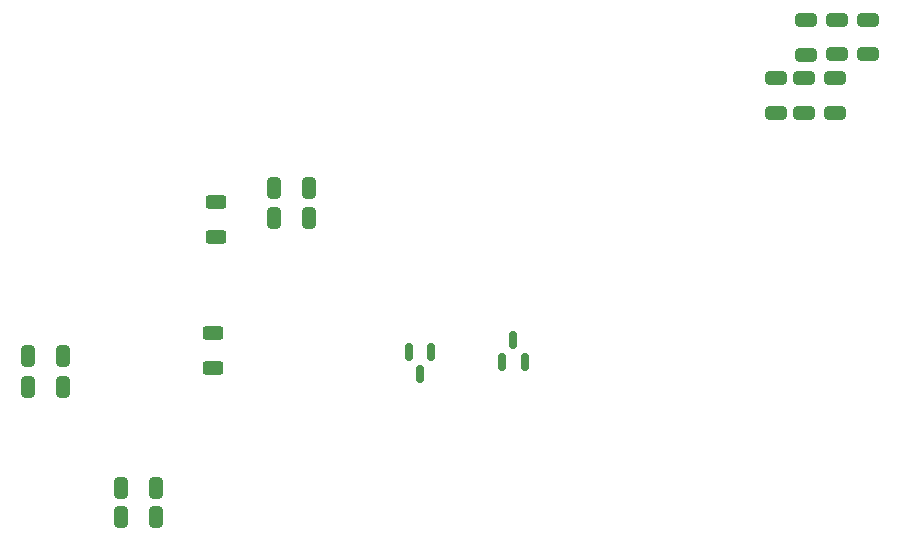
<source format=gbr>
%TF.GenerationSoftware,KiCad,Pcbnew,(6.0.10)*%
%TF.CreationDate,2023-02-20T15:55:57-05:00*%
%TF.ProjectId,Rx_Preamp,52785f50-7265-4616-9d70-2e6b69636164,rev?*%
%TF.SameCoordinates,Original*%
%TF.FileFunction,Paste,Bot*%
%TF.FilePolarity,Positive*%
%FSLAX46Y46*%
G04 Gerber Fmt 4.6, Leading zero omitted, Abs format (unit mm)*
G04 Created by KiCad (PCBNEW (6.0.10)) date 2023-02-20 15:55:57*
%MOMM*%
%LPD*%
G01*
G04 APERTURE LIST*
G04 Aperture macros list*
%AMRoundRect*
0 Rectangle with rounded corners*
0 $1 Rounding radius*
0 $2 $3 $4 $5 $6 $7 $8 $9 X,Y pos of 4 corners*
0 Add a 4 corners polygon primitive as box body*
4,1,4,$2,$3,$4,$5,$6,$7,$8,$9,$2,$3,0*
0 Add four circle primitives for the rounded corners*
1,1,$1+$1,$2,$3*
1,1,$1+$1,$4,$5*
1,1,$1+$1,$6,$7*
1,1,$1+$1,$8,$9*
0 Add four rect primitives between the rounded corners*
20,1,$1+$1,$2,$3,$4,$5,0*
20,1,$1+$1,$4,$5,$6,$7,0*
20,1,$1+$1,$6,$7,$8,$9,0*
20,1,$1+$1,$8,$9,$2,$3,0*%
G04 Aperture macros list end*
%ADD10RoundRect,0.249999X0.650001X-0.325001X0.650001X0.325001X-0.650001X0.325001X-0.650001X-0.325001X0*%
%ADD11RoundRect,0.249999X0.325001X0.650001X-0.325001X0.650001X-0.325001X-0.650001X0.325001X-0.650001X0*%
%ADD12RoundRect,0.249998X-0.625002X0.312502X-0.625002X-0.312502X0.625002X-0.312502X0.625002X0.312502X0*%
%ADD13RoundRect,0.249998X0.625002X-0.312502X0.625002X0.312502X-0.625002X0.312502X-0.625002X-0.312502X0*%
%ADD14RoundRect,0.150000X0.150000X-0.587500X0.150000X0.587500X-0.150000X0.587500X-0.150000X-0.587500X0*%
%ADD15RoundRect,0.150000X-0.150000X0.587500X-0.150000X-0.587500X0.150000X-0.587500X0.150000X0.587500X0*%
G04 APERTURE END LIST*
D10*
%TO.C,C16*%
X121000000Y-111925000D03*
X121000000Y-114875000D03*
%TD*%
%TO.C,C18*%
X118400000Y-114875000D03*
X118400000Y-111925000D03*
%TD*%
%TO.C,C24*%
X115600000Y-119850000D03*
X115600000Y-116900000D03*
%TD*%
D11*
%TO.C,C36*%
X73690000Y-128725000D03*
X70740000Y-128725000D03*
%TD*%
%TO.C,C38*%
X73690000Y-126185000D03*
X70740000Y-126185000D03*
%TD*%
D12*
%TO.C,R21*%
X65600000Y-138475000D03*
X65600000Y-141400000D03*
%TD*%
D13*
%TO.C,R22*%
X65800000Y-130325000D03*
X65800000Y-127400000D03*
%TD*%
D10*
%TO.C,C9*%
X118200000Y-119850000D03*
X118200000Y-116900000D03*
%TD*%
%TO.C,C22*%
X115795000Y-114930000D03*
X115795000Y-111980000D03*
%TD*%
%TO.C,C3*%
X113200000Y-119800000D03*
X113200000Y-116850000D03*
%TD*%
D14*
%TO.C,D7*%
X91950000Y-140937500D03*
X90050000Y-140937500D03*
X91000000Y-139062500D03*
%TD*%
D15*
%TO.C,D8*%
X82150000Y-140062500D03*
X84050000Y-140062500D03*
X83100000Y-141937500D03*
%TD*%
D11*
%TO.C,C45*%
X52875000Y-140400000D03*
X49925000Y-140400000D03*
%TD*%
%TO.C,C46*%
X52875000Y-143000000D03*
X49925000Y-143000000D03*
%TD*%
%TO.C,C47*%
X60750000Y-154000000D03*
X57800000Y-154000000D03*
%TD*%
%TO.C,C48*%
X60750000Y-151600000D03*
X57800000Y-151600000D03*
%TD*%
M02*

</source>
